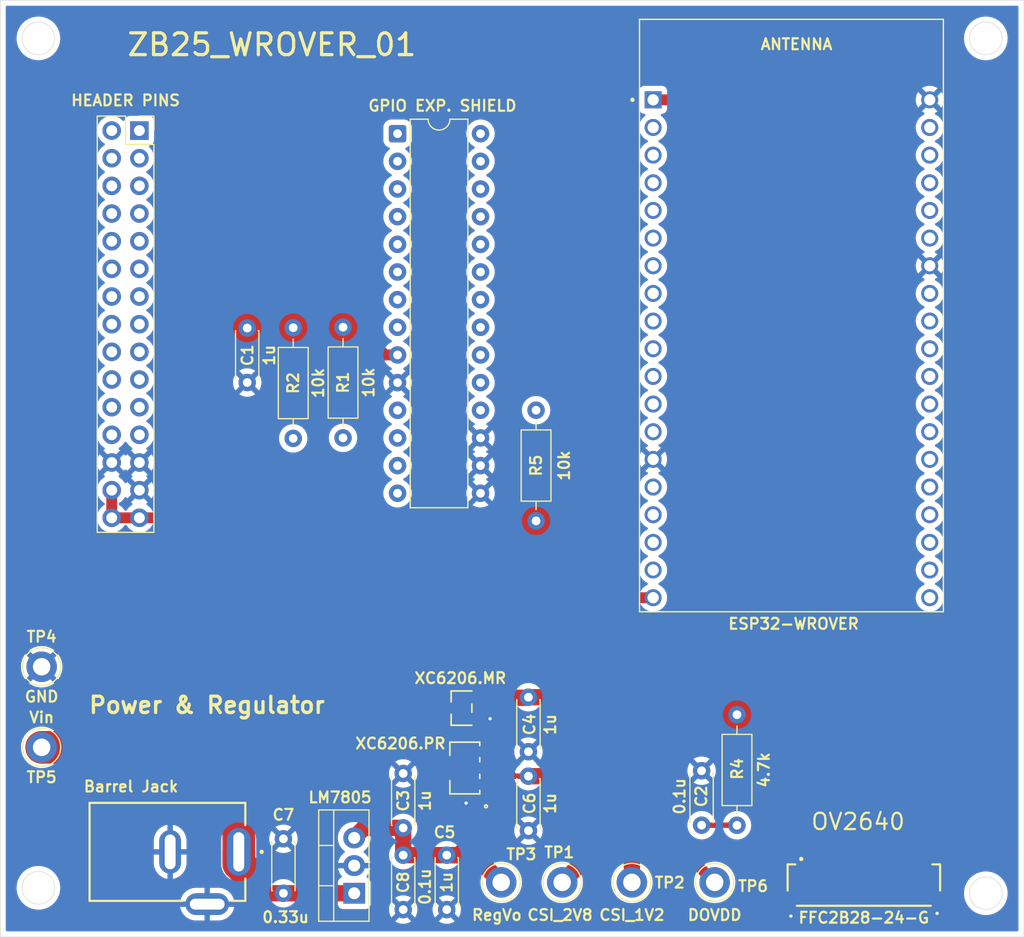
<source format=kicad_pcb>
(kicad_pcb (version 20241229) (generator "pcbnew") (generator_version "9.0")
  (layers (0 "F.Cu" signal) (2 "B.Cu" signal) (13 "F.Paste" user) (15 "B.Paste" user) (5 "F.SilkS" user "F.Silkscreen") (7 "B.SilkS" user "B.Silkscreen") (1 "F.Mask" user) (3 "B.Mask" user) (25 "Edge.Cuts" user))
  (net 0 "")
  (net 1 "GND")
  (net 2 "+5V")
  (net 3 "/RESETB")
  (net 4 "CSI_1V2")
  (net 5 "CSI_2V8")
  (net 6 "Net-(U5-VI)")
  (net 7 "/DATA3")
  (net 8 "/DATA9")
  (net 9 "/VSYNC")
  (net 10 "/DATA0")
  (net 11 "/SIOD")
  (net 12 "/DATA2")
  (net 13 "/PCLK")
  (net 14 "/DATA1")
  (net 15 "/DATA6")
  (net 16 "/XCLK1")
  (net 17 "/DATA5")
  (net 18 "/HREF")
  (net 19 "/DATA8")
  (net 20 "/DATA7")
  (net 21 "/SIOC")
  (net 22 "/DATA4")
  (net 23 "/DT")
  (net 24 "/SCK")
  (net 25 "/TRIG")
  (net 26 "/ECHO")
  (net 27 "/GPIO33")
  (net 28 "/GPA2")
  (net 29 "/GPB6")
  (net 30 "/GPA5")
  (net 31 "/GPIO0")
  (net 32 "/GPIO13")
  (net 33 "/GPA7")
  (net 34 "/GPA1")
  (net 35 "/RX")
  (net 36 "/GPB4")
  (net 37 "/TX")
  (net 38 "/EN")
  (net 39 "/GPA3")
  (net 40 "/GPIO32")
  (net 41 "/GPA4")
  (net 42 "/GPB5")
  (net 43 "/GPA6")
  (net 44 "/GPIO_SCK")
  (net 45 "/GPIO_SDA")
  (net 46 "Net-(U2-~{RESET})")
  (net 47 "/MCP_INTB")
  (net 48 "/MCP_INTA")
  (net 49 "+3V3")
  (net 52 "/IR")
  (net 53 "/GPA0")
  (footprint "Capacitor_THT:C_Disc_D4.3mm_W1.9mm_P5.00mm" (layer "F.Cu") (at 141.5 126.25 -90)
    (property "Reference" "C6" (at 2.5 -0.1 90) (layer "F.SilkS") (effects (font (thickness 0.2) (bold yes))))
    (property "Value" "1u" (at 2.5 -2 90) (layer "F.SilkS") (effects (font (thickness 0.2) (bold yes))))
    (fp_line (start 4.77 1.07) (end 0.23 1.07) (stroke (width 0.12)) (layer "F.SilkS"))
    (fp_line (start 4.77 1.014) (end 4.77 1.07) (stroke (width 0.12)) (layer "F.SilkS"))
    (fp_line (start 0.23 -1.014) (end 0.23 -1.07) (stroke (width 0.12)) (layer "F.SilkS"))
    (fp_line (start 0.23 -1.07) (end 4.77 -1.07) (stroke (width 0.12)) (layer "F.SilkS"))
    (pad "1" thru_hole circle (at 0 0 270) (size 1.6 1.6) (drill 0.8) (layers "*.Cu" "*.Mask") (net 5 "CSI_2V8"))
    (pad "2" thru_hole circle (at 5 0 270) (size 1.6 1.6) (drill 0.8) (layers "*.Cu" "*.Mask") (net 1 "GND"))
  )
  (footprint "TestPoint:TestPoint_Keystone_5005-5009_Compact" (layer "F.Cu") (at 158.6 136)
    (property "Reference" "TP6" (at 3.525 0.35 0) (layer "F.SilkS") (effects (font (thickness 0.2) (bold yes))))
    (property "Value" "DOVDD" (at 0 3 0) (layer "F.SilkS") (effects (font (thickness 0.2) (bold yes))))
    (fp_circle (center 0 0) (end 1.75 0) (stroke (width 0.12)) (fill no) (layer "F.SilkS"))
    (pad "1" thru_hole circle (at 0 0) (size 2.8 2.8) (drill 1.6) (layers "*.Cu" "*.Mask") (net 49 "+3V3"))
  )
  (footprint "ESP32-DEVKITC-32D:MODULE_ESP32-DEVKITC-32D" (layer "F.Cu") (at 165.65 83.9)
    (property "Reference" "ESP32-WROVER" (at 0.2 28.36 0) (layer "F.SilkS") (effects (font (thickness 0.2) (bold yes))))
    (property "Value" "ESP32-DEVKITC-32D")
    (fp_line (start -13.95 -27.15) (end 13.95 -27.15) (stroke (width 0.127)) (layer "F.SilkS"))
    (fp_line (start -13.95 27.25) (end -13.95 -27.15) (stroke (width 0.127)) (layer "F.SilkS"))
    (fp_line (start 13.95 -27.15) (end 13.95 27.25) (stroke (width 0.127)) (layer "F.SilkS"))
    (fp_line (start 13.95 27.25) (end -13.95 27.25) (stroke (width 0.127)) (layer "F.SilkS"))
    (fp_circle (center -14.6 -19.76) (end -14.5 -19.76) (stroke (width 0.2)) (fill no) (layer "F.SilkS"))
    (pad "J2-1" thru_hole rect (at -12.7 -19.76) (size 1.56 1.56) (drill 1.04) (layers "*.Cu" "*.Mask") (net 49 "+3V3"))
    (pad "J2-2" thru_hole circle (at -12.7 -17.22) (size 1.56 1.56) (drill 1.04) (layers "*.Cu" "*.Mask") (net 38 "/EN"))
    (pad "J2-3" thru_hole circle (at -12.7 -14.68) (size 1.56 1.56) (drill 1.04) (layers "*.Cu" "*.Mask") (net 22 "/DATA4"))
    (pad "J2-4" thru_hole circle (at -12.7 -12.14) (size 1.56 1.56) (drill 1.04) (layers "*.Cu" "*.Mask") (net 17 "/DATA5"))
    (pad "J2-5" thru_hole circle (at -12.7 -9.6) (size 1.56 1.56) (drill 1.04) (layers "*.Cu" "*.Mask") (net 15 "/DATA6"))
    (pad "J2-6" thru_hole circle (at -12.7 -7.06) (size 1.56 1.56) (drill 1.04) (layers "*.Cu" "*.Mask") (net 20 "/DATA7"))
    (pad "J2-7" thru_hole circle (at -12.7 -4.52) (size 1.56 1.56) (drill 1.04) (layers "*.Cu" "*.Mask") (net 40 "/GPIO32"))
    (pad "J2-8" thru_hole circle (at -12.7 -1.98) (size 1.56 1.56) (drill 1.04) (layers "*.Cu" "*.Mask") (net 27 "/GPIO33"))
    (pad "J2-9" thru_hole circle (at -12.7 0.56) (size 1.56 1.56) (drill 1.04) (layers "*.Cu" "*.Mask") (net 9 "/VSYNC"))
    (pad "J2-10" thru_hole circle (at -12.7 3.1) (size 1.56 1.56) (drill 1.04) (layers "*.Cu" "*.Mask") (net 11 "/SIOD"))
    (pad "J2-11" thru_hole circle (at -12.7 5.64) (size 1.56 1.56) (drill 1.04) (layers "*.Cu" "*.Mask") (net 21 "/SIOC"))
    (pad "J2-12" thru_hole circle (at -12.7 8.18) (size 1.56 1.56) (drill 1.04) (layers "*.Cu" "*.Mask") (net 47 "/MCP_INTB"))
    (pad "J2-13" thru_hole circle (at -12.7 10.72) (size 1.56 1.56) (drill 1.04) (layers "*.Cu" "*.Mask") (net 48 "/MCP_INTA"))
    (pad "J2-14" thru_hole circle (at -12.7 13.26) (size 1.56 1.56) (drill 1.04) (layers "*.Cu" "*.Mask") (net 1 "GND"))
    (pad "J2-15" thru_hole circle (at -12.7 15.8) (size 1.56 1.56) (drill 1.04) (layers "*.Cu" "*.Mask") (net 32 "/GPIO13"))
    (pad "J2-16" thru_hole circle (at -12.7 18.34) (size 1.56 1.56) (drill 1.04) (layers "*.Cu" "*.Mask"))
    (pad "J2-17" thru_hole circle (at -12.7 20.88) (size 1.56 1.56) (drill 1.04) (layers "*.Cu" "*.Mask"))
    (pad "J2-18" thru_hole circle (at -12.7 23.42) (size 1.56 1.56) (drill 1.04) (layers "*.Cu" "*.Mask"))
    (pad "J2-19" thru_hole circle (at -12.7 25.96) (size 1.56 1.56) (drill 1.04) (layers "*.Cu" "*.Mask") (net 2 "+5V"))
    (pad "J3-1" thru_hole circle (at 12.7 -19.76) (size 1.56 1.56) (drill 1.04) (layers "*.Cu" "*.Mask") (net 1 "GND"))
    (pad "J3-2" thru_hole circle (at 12.7 -17.22) (size 1.56 1.56) (drill 1.04) (layers "*.Cu" "*.Mask") (net 18 "/HREF"))
    (pad "J3-3" thru_hole circle (at 12.7 -14.68) (size 1.56 1.56) (drill 1.04) (layers "*.Cu" "*.Mask") (net 13 "/PCLK"))
    (pad "J3-4" thru_hole circle (at 12.7 -12.14) (size 1.56 1.56) (drill 1.04) (layers "*.Cu" "*.Mask") (net 37 "/TX"))
    (pad "J3-5" thru_hole circle (at 12.7 -9.6) (size 1.56 1.56) (drill 1.04) (layers "*.Cu" "*.Mask") (net 35 "/RX"))
    (pad "J3-6" thru_hole circle (at 12.7 -7.06) (size 1.56 1.56) (drill 1.04) (layers "*.Cu" "*.Mask") (net 16 "/XCLK1"))
    (pad "J3-7" thru_hole circle (at 12.7 -4.52) (size 1.56 1.56) (drill 1.04) (layers "*.Cu" "*.Mask") (net 1 "GND"))
    (pad "J3-8" thru_hole circle (at 12.7 -1.98) (size 1.56 1.56) (drill 1.04) (layers "*.Cu" "*.Mask") (net 7 "/DATA3"))
    (pad "J3-9" thru_hole circle (at 12.7 0.56) (size 1.56 1.56) (drill 1.04) (layers "*.Cu" "*.Mask") (net 12 "/DATA2"))
    (pad "J3-10" thru_hole circle (at 12.7 3.1) (size 1.56 1.56) (drill 1.04) (layers "*.Cu" "*.Mask") (net 14 "/DATA1"))
    (pad "J3-11" thru_hole circle (at 12.7 5.64) (size 1.56 1.56) (drill 1.04) (layers "*.Cu" "*.Mask"))
    (pad "J3-12" thru_hole circle (at 12.7 8.18) (size 1.56 1.56) (drill 1.04) (layers "*.Cu" "*.Mask"))
    (pad "J3-13" thru_hole circle (at 12.7 10.72) (size 1.56 1.56) (drill 1.04) (layers "*.Cu" "*.Mask") (net 10 "/DATA0"))
    (pad "J3-14" thru_hole circle (at 12.7 13.26) (size 1.56 1.56) (drill 1.04) (layers "*.Cu" "*.Mask") (net 31 "/GPIO0"))
    (pad "J3-15" thru_hole circle (at 12.7 15.8) (size 1.56 1.56) (drill 1.04) (layers "*.Cu" "*.Mask") (net 45 "/GPIO_SDA"))
    (pad "J3-16" thru_hole circle (at 12.7 18.34) (size 1.56 1.56) (drill 1.04) (layers "*.Cu" "*.Mask") (net 44 "/GPIO_SCK"))
    (pad "J3-17" thru_hole circle (at 12.7 20.88) (size 1.56 1.56) (drill 1.04) (layers "*.Cu" "*.Mask"))
    (pad "J3-18" thru_hole circle (at 12.7 23.42) (size 1.56 1.56) (drill 1.04) (layers "*.Cu" "*.Mask"))
    (pad "J3-19" thru_hole circle (at 12.7 25.96) (size 1.56 1.56) (drill 1.04) (layers "*.Cu" "*.Mask"))
  )
  (footprint "Capacitor_THT:C_Disc_D4.3mm_W1.9mm_P5.00mm" (layer "F.Cu") (at 115.675 85.1 -90)
    (property "Reference" "C1" (at 2.5 -0.025 90) (layer "F.SilkS") (effects (font (thickness 0.2) (bold yes))))
    (property "Value" "1u" (at 2.5 -2.025 90) (layer "F.SilkS") (effects (font (thickness 0.2) (bold yes))))
    (fp_line (start 4.77 1.07) (end 0.23 1.07) (stroke (width 0.12)) (layer "F.SilkS"))
    (fp_line (start 4.77 1.014) (end 4.77 1.07) (stroke (width 0.12)) (layer "F.SilkS"))
    (fp_line (start 0.23 -1.014) (end 0.23 -1.07) (stroke (width 0.12)) (layer "F.SilkS"))
    (fp_line (start 0.23 -1.07) (end 4.77 -1.07) (stroke (width 0.12)) (layer "F.SilkS"))
    (pad "1" thru_hole circle (at 0 0 270) (size 1.6 1.6) (drill 0.8) (layers "*.Cu" "*.Mask") (net 2 "+5V"))
    (pad "2" thru_hole circle (at 5 0 270) (size 1.6 1.6) (drill 0.8) (layers "*.Cu" "*.Mask") (net 1 "GND"))
  )
  (footprint "Resistor_THT:R_Axial_DIN0207_L6.3mm_D2.5mm_P10.16mm_Horizontal" (layer "F.Cu") (at 124.475 85.025 -90)
    (property "Reference" "R1" (at 5.08 0 90) (layer "F.SilkS") (effects (font (thickness 0.2) (bold yes))))
    (property "Value" "10k" (at 5.08 -2.35 90) (layer "F.SilkS") (effects (font (thickness 0.2) (bold yes))))
    (fp_line (start 1.04 0) (end 1.81 0) (stroke (width 0.12)) (layer "F.SilkS"))
    (fp_line (start 9.12 0) (end 8.35 0) (stroke (width 0.12)) (layer "F.SilkS"))
    (fp_rect (start 1.81 -1.37) (end 8.35 1.37) (stroke (width 0.12)) (fill no) (layer "F.SilkS"))
    (pad "1" thru_hole circle (at 0 0 270) (size 1.6 1.6) (drill 0.8) (layers "*.Cu" "*.Mask") (net 2 "+5V"))
    (pad "2" thru_hole circle (at 10.16 0 270) (size 1.6 1.6) (drill 0.8) (layers "*.Cu" "*.Mask") (net 45 "/GPIO_SDA"))
  )
  (footprint "Capacitor_THT:C_Disc_D4.3mm_W1.9mm_P5.00mm" (layer "F.Cu") (at 157.4 130.75 90)
    (property "Reference" "C2" (at 2.65 -0.025 90) (layer "F.SilkS") (effects (font (thickness 0.2) (bold yes))))
    (property "Value" "0.1u" (at 2.65 -2.025 90) (layer "F.SilkS") (effects (font (thickness 0.2) (bold yes))))
    (fp_line (start 0.23 -1.07) (end 4.77 -1.07) (stroke (width 0.12)) (layer "F.SilkS"))
    (fp_line (start 0.23 -1.014) (end 0.23 -1.07) (stroke (width 0.12)) (layer "F.SilkS"))
    (fp_line (start 4.77 1.014) (end 4.77 1.07) (stroke (width 0.12)) (layer "F.SilkS"))
    (fp_line (start 4.77 1.07) (end 0.23 1.07) (stroke (width 0.12)) (layer "F.SilkS"))
    (pad "1" thru_hole circle (at 0 0 90) (size 1.6 1.6) (drill 0.8) (layers "*.Cu" "*.Mask") (net 3 "/RESETB"))
    (pad "2" thru_hole circle (at 5 0 90) (size 1.6 1.6) (drill 0.8) (layers "*.Cu" "*.Mask") (net 1 "GND"))
  )
  (footprint "Library:GCT_DCJ200-10-A-XX-K_REVA" (layer "F.Cu") (at 108.35 133.2 -90)
    (property "Reference" "Barrel Jack" (at -6 3.35 180) (layer "F.SilkS") (effects (font (thickness 0.2) (bold yes))))
    (property "Value" "J2")
    (fp_line (start -4.5 7.15) (end 4.5 7.15) (stroke (width 0.2)) (layer "F.SilkS"))
    (fp_line (start -4.5 7.15) (end -4.5 -7.15) (stroke (width 0.2)) (layer "F.SilkS"))
    (fp_line (start 4.5 7.15) (end 4.5 -1.4) (stroke (width 0.2)) (layer "F.SilkS"))
    (fp_line (start -2.45 -7.15) (end -4.5 -7.15) (stroke (width 0.2)) (layer "F.SilkS"))
    (fp_line (start 2.45 -7.15) (end 4.5 -7.15) (stroke (width 0.2)) (layer "F.SilkS"))
    (fp_line (start 4.5 -7.15) (end 4.5 -5.9) (stroke (width 0.2)) (layer "F.SilkS"))
    (fp_circle (center 0 -8.65) (end 0.1 -8.65) (stroke (width 0.2)) (fill no) (layer "F.SilkS"))
    (pad "1" thru_hole oval (at 0 -6.55 270) (size 4.4 2.2) (drill oval 3.6 1) (layers "*.Cu" "*.Mask") (net 6 "Net-(U5-VI)"))
    (pad "2" thru_hole oval (at 0 -0.25 270) (size 4 2) (drill oval 3.2 1) (layers "*.Cu" "*.Mask") (net 1 "GND"))
    (pad "3" thru_hole oval (at 4.8 -3.65 270) (size 2 4) (drill oval 1 3.2) (layers "*.Cu" "*.Mask") (net 1 "GND"))
  )
  (footprint "Capacitor_THT:C_Disc_D4.3mm_W1.9mm_P5.00mm" (layer "F.Cu") (at 119 137 90)
    (property "Reference" "C7" (at 7.2 0 0) (layer "F.SilkS") (effects (font (thickness 0.2) (bold yes))))
    (property "Value" "0.33u" (at -2.2 0.2 180) (layer "F.SilkS") (effects (font (thickness 0.2) (bold yes))))
    (fp_line (start 0.23 -1.07) (end 4.77 -1.07) (stroke (width 0.12)) (layer "F.SilkS"))
    (fp_line (start 0.23 -1.014) (end 0.23 -1.07) (stroke (width 0.12)) (layer "F.SilkS"))
    (fp_line (start 4.77 1.014) (end 4.77 1.07) (stroke (width 0.12)) (layer "F.SilkS"))
    (fp_line (start 4.77 1.07) (end 0.23 1.07) (stroke (width 0.12)) (layer "F.SilkS"))
    (pad "1" thru_hole circle (at 0 0 90) (size 1.6 1.6) (drill 0.8) (layers "*.Cu" "*.Mask") (net 6 "Net-(U5-VI)"))
    (pad "2" thru_hole circle (at 5 0 90) (size 1.6 1.6) (drill 0.8) (layers "*.Cu" "*.Mask") (net 1 "GND"))
  )
  (footprint "Library:GCT_FFC2B28-24-G" (layer "F.Cu") (at 172.3 136.25)
    (property "Reference" "FFC2B28-24-G" (at 0 3 0) (layer "F.SilkS") (effects (font (thickness 0.2) (bold yes))))
    (property "Value" "FFC2B28-24-G")
    (fp_line (start -7 -1.9) (end -6.3 -1.9) (stroke (width 0.2)) (layer "F.SilkS"))
    (fp_line (start -7 0.5) (end -7 -1.9) (stroke (width 0.2)) (layer "F.SilkS"))
    (fp_line (start -6.15 1.9) (end 6.15 1.9) (stroke (width 0.2)) (layer "F.SilkS"))
    (fp_line (start 6.3 -1.9) (end 7 -1.9) (stroke (width 0.2)) (layer "F.SilkS"))
    (fp_line (start 7 -1.9) (end 7 0.5) (stroke (width 0.2)) (layer "F.SilkS"))
    (fp_circle (center -5.75 -2.4) (end -5.65 -2.4) (stroke (width 0.2)) (fill no) (layer "F.SilkS"))
    (pad "1" smd rect (at -5.75 -1.25) (size 0.3 0.8) (layers "F.Cu" "F.Mask" "F.Paste") (net 1 "GND"))
    (pad "2" smd rect (at -5.25 -1.25) (size 0.3 0.8) (layers "F.Cu" "F.Mask" "F.Paste") (net 1 "GND"))
    (pad "3" smd rect (at -4.75 -1.25) (size 0.3 0.8) (layers "F.Cu" "F.Mask" "F.Paste") (net 11 "/SIOD"))
    (pad "4" smd rect (at -4.25 -1.25) (size 0.3 0.8) (layers "F.Cu" "F.Mask" "F.Paste") (net 5 "CSI_2V8"))
    (pad "5" smd rect (at -3.75 -1.25) (size 0.3 0.8) (layers "F.Cu" "F.Mask" "F.Paste") (net 21 "/SIOC"))
    (pad "6" smd rect (at -3.25 -1.25) (size 0.3 0.8) (layers "F.Cu" "F.Mask" "F.Paste") (net 3 "/RESETB"))
    (pad "7" smd rect (at -2.75 -1.25) (size 0.3 0.8) (layers "F.Cu" "F.Mask" "F.Paste") (net 9 "/VSYNC"))
    (pad "8" smd rect (at -2.25 -1.25) (size 0.3 0.8) (layers "F.Cu" "F.Mask" "F.Paste") (net 1 "GND"))
    (pad "9" smd rect (at -1.75 -1.25) (size 0.3 0.8) (layers "F.Cu" "F.Mask" "F.Paste") (net 18 "/HREF"))
    (pad "10" smd rect (at -1.25 -1.25) (size 0.3 0.8) (layers "F.Cu" "F.Mask" "F.Paste") (net 4 "CSI_1V2"))
    (pad "11" smd rect (at -0.75 -1.25) (size 0.3 0.8) (layers "F.Cu" "F.Mask" "F.Paste") (net 49 "+3V3"))
    (pad "12" smd rect (at -0.25 -1.25) (size 0.3 0.8) (layers "F.Cu" "F.Mask" "F.Paste") (net 8 "/DATA9"))
    (pad "13" smd rect (at 0.25 -1.25) (size 0.3 0.8) (layers "F.Cu" "F.Mask" "F.Paste") (net 16 "/XCLK1"))
    (pad "14" smd rect (at 0.75 -1.25) (size 0.3 0.8) (layers "F.Cu" "F.Mask" "F.Paste") (net 19 "/DATA8"))
    (pad "15" smd rect (at 1.25 -1.25) (size 0.3 0.8) (layers "F.Cu" "F.Mask" "F.Paste") (net 1 "GND"))
    (pad "16" smd rect (at 1.75 -1.25) (size 0.3 0.8) (layers "F.Cu" "F.Mask" "F.Paste") (net 20 "/DATA7"))
    (pad "17" smd rect (at 2.25 -1.25) (size 0.3 0.8) (layers "F.Cu" "F.Mask" "F.Paste") (net 13 "/PCLK"))
    (pad "18" smd rect (at 2.75 -1.25) (size 0.3 0.8) (layers "F.Cu" "F.Mask" "F.Paste") (net 15 "/DATA6"))
    (pad "19" smd rect (at 3.25 -1.25) (size 0.3 0.8) (layers "F.Cu" "F.Mask" "F.Paste") (net 12 "/DATA2"))
    (pad "20" smd rect (at 3.75 -1.25) (size 0.3 0.8) (layers "F.Cu" "F.Mask" "F.Paste") (net 17 "/DATA5"))
    (pad "21" smd rect (at 4.25 -1.25) (size 0.3 0.8) (layers "F.Cu" "F.Mask" "F.Paste") (net 7 "/DATA3"))
    (pad "22" smd rect (at 4.75 -1.25) (size 0.3 0.8) (layers "F.Cu" "F.Mask" "F.Paste") (net 22 "/DATA4"))
    (pad "23" smd rect (at 5.25 -1.25) (size 0.3 0.8) (layers "F.Cu" "F.Mask" "F.Paste") (net 14 "/DATA1"))
    (pad "24" smd rect (at 5.75 -1.25) (size 0.3 0.8) (layers "F.Cu" "F.Mask" "F.Paste") (net 10 "/DATA0"))
    (pad "S1" smd rect (at -6.7 1.25) (size 0.4 0.8) (layers "F.Cu" "F.Mask" "F.Paste") (net 1 "GND"))
    (pad "S2" smd rect (at 6.7 1.25) (size 0.4 0.8) (layers "F.Cu" "F.Mask" "F.Paste") (net 1 "GND"))
  )
  (footprint "TestPoint:TestPoint_Keystone_5005-5009_Compact" (layer "F.Cu") (at 144.6 136)
    (property "Reference" "TP1" (at -0.275 -2.75 0) (layer "F.SilkS") (effects (font (thickness 0.2) (bold yes))))
    (property "Value" "CSI_2V8" (at -0.2 3 0) (layer "F.SilkS") (effects (font (thickness 0.2) (bold yes))))
    (fp_circle (center 0 0) (end 1.75 0) (stroke (width 0.12)) (fill no) (layer "F.SilkS"))
    (pad "1" thru_hole circle (at 0 0) (size 2.8 2.8) (drill 1.6) (layers "*.Cu" "*.Mask") (net 5 "CSI_2V8"))
  )
  (footprint "Package_DIP:DIP-28_W7.62mm" (layer "F.Cu") (at 129.48 67.25)
    (property "Reference" "GPIO EXP. SHIELD" (at 4.12 -2.56 0) (layer "F.SilkS") (effects (font (thickness 0.2) (bold yes))))
    (property "Value" "MCP23017_SP")
    (fp_line (start 1.16 -1.33) (end 1.16 34.35) (stroke (width 0.12)) (layer "F.SilkS"))
    (fp_line (start 1.16 34.35) (end 6.46 34.35) (stroke (width 0.12)) (layer "F.SilkS"))
    (fp_line (start 2.81 -1.33) (end 1.16 -1.33) (stroke (width 0.12)) (layer "F.SilkS"))
    (fp_line (start 6.46 -1.33) (end 4.81 -1.33) (stroke (width 0.12)) (layer "F.SilkS"))
    (fp_line (start 6.46 34.35) (end 6.46 -1.33) (stroke (width 0.12)) (layer "F.SilkS"))
    (fp_arc (start 4.81 -1.33) (mid 3.81 -0.33) (end 2.81 -1.33) (stroke (width 0.12)) (layer "F.SilkS"))
    (pad "1" thru_hole roundrect (at 0 0) (size 1.6 1.6) (drill 0.8) (layers "*.Cu" "*.Mask") (roundrect_rratio 0.15625) (net 25 "/TRIG"))
    (pad "2" thru_hole circle (at 0 2.54) (size 1.6 1.6) (drill 0.8) (layers "*.Cu" "*.Mask") (net 26 "/ECHO"))
    (pad "3" thru_hole circle (at 0 5.08) (size 1.6 1.6) (drill 0.8) (layers "*.Cu" "*.Mask") (net 24 "/SCK"))
    (pad "4" thru_hole circle (at 0 7.62) (size 1.6 1.6) (drill 0.8) (layers "*.Cu" "*.Mask") (net 23 "/DT"))
    (pad "5" thru_hole circle (at 0 10.16) (size 1.6 1.6) (drill 0.8) (layers "*.Cu" "*.Mask") (net 36 "/GPB4"))
    (pad "6" thru_hole circle (at 0 12.7) (size 1.6 1.6) (drill 0.8) (layers "*.Cu" "*.Mask") (net 42 "/GPB5"))
    (pad "7" thru_hole circle (at 0 15.24) (size 1.6 1.6) (drill 0.8) (layers "*.Cu" "*.Mask") (net 29 "/GPB6"))
    (pad "8" thru_hole circle (at 0 17.78) (size 1.6 1.6) (drill 0.8) (layers "*.Cu" "*.Mask") (net 52 "/IR"))
    (pad "9" thru_hole circle (at 0 20.32) (size 1.6 1.6) (drill 0.8) (layers "*.Cu" "*.Mask") (net 2 "+5V"))
    (pad "10" thru_hole circle (at 0 22.86) (size 1.6 1.6) (drill 0.8) (layers "*.Cu" "*.Mask") (net 1 "GND"))
    (pad "11" thru_hole circle (at 0 25.4) (size 1.6 1.6) (drill 0.8) (layers "*.Cu" "*.Mask"))
    (pad "12" thru_hole circle (at 0 27.94) (size 1.6 1.6) (drill 0.8) (layers "*.Cu" "*.Mask") (net 45 "/GPIO_SDA"))
    (pad "13" thru_hole circle (at 0 30.48) (size 1.6 1.6) (drill 0.8) (layers "*.Cu" "*.Mask") (net 44 "/GPIO_SCK"))
    (pad "14" thru_hole circle (at 0 33.02) (size 1.6 1.6) (drill 0.8) (layers "*.Cu" "*.Mask"))
    (pad "15" thru_hole circle (at 7.62 33.02) (size 1.6 1.6) (drill 0.8) (layers "*.Cu" "*.Mask") (net 1 "GND"))
    (pad "16" thru_hole circle (at 7.62 30.48) (size 1.6 1.6) (drill 0.8) (layers "*.Cu" "*.Mask") (net 1 "GND"))
    (pad "17" thru_hole circle (at 7.62 27.94) (size 1.6 1.6) (drill 0.8) (layers "*.Cu" "*.Mask") (net 1 "GND"))
    (pad "18" thru_hole circle (at 7.62 25.4) (size 1.6 1.6) (drill 0.8) (layers "*.Cu" "*.Mask") (net 46 "Net-(U2-~{RESET})"))
    (pad "19" thru_hole circle (at 7.62 22.86) (size 1.6 1.6) (drill 0.8) (layers "*.Cu" "*.Mask") (net 47 "/MCP_INTB"))
    (pad "20" thru_hole circle (at 7.62 20.32) (size 1.6 1.6) (drill 0.8) (layers "*.Cu" "*.Mask") (net 48 "/MCP_INTA"))
    (pad "21" thru_hole circle (at 7.62 17.78) (size 1.6 1.6) (drill 0.8) (layers "*.Cu" "*.Mask") (net 53 "/GPA0"))
    (pad "22" thru_hole circle (at 7.62 15.24) (size 1.6 1.6) (drill 0.8) (layers "*.Cu" "*.Mask") (net 34 "/GPA1"))
    (pad "23" thru_hole circle (at 7.62 12.7) (size 1.6 1.6) (drill 0.8) (layers "*.Cu" "*.Mask") (net 28 "/GPA2"))
    (pad "24" thru_hole circle (at 7.62 10.16) (size 1.6 1.6) (drill 0.8) (layers "*.Cu" "*.Mask") (net 39 "/GPA3"))
    (pad "25" thru_hole circle (at 7.62 7.62) (size 1.6 1.6) (drill 0.8) (layers "*.Cu" "*.Mask") (net 41 "/GPA4"))
    (pad "26" thru_hole circle (at 7.62 5.08) (size 1.6 1.6) (drill 0.8) (layers "*.Cu" "*.Mask") (net 30 "/GPA5"))
    (pad "27" thru_hole circle (at 7.62 2.54) (size 1.6 1.6) (drill 0.8) (layers "*.Cu" "*.Mask") (net 43 "/GPA6"))
    (pad "28" thru_hole circle (at 7.62 0) (size 1.6 1.6) (drill 0.8) (layers "*.Cu" "*.Mask") (net 33 "/GPA7"))
  )
  (footprint "Connector_PinSocket_2.54mm:PinSocket_2x15_P2.54mm_Vertical" (layer "F.Cu") (at 105.775 66.965)
    (property "Reference" "HEADER PINS" (at -1.27 -2.77 0) (layer "F.SilkS") (effects (font (thickness 0.2) (bold yes))))
    (property "Value" "Conn_01x30_Pin")
    (fp_line (start -3.87 -1.33) (end -3.87 36.89) (stroke (width 0.12)) (layer "F.SilkS"))
    (fp_line (start -3.87 -1.33) (end -1.27 -1.33) (stroke (width 0.12)) (layer "F.SilkS"))
    (fp_line (start -3.87 36.89) (end 1.33 36.89) (stroke (width 0.12)) (layer "F.SilkS"))
    (fp_line (start -1.27 -1.33) (end -1.27 1.27) (stroke (width 0.12)) (layer "F.SilkS"))
    (fp_line (start -1.27 1.27) (end 1.33 1.27) (stroke (width 0.12)) (layer "F.SilkS"))
    (fp_line (start 0 -1.33) (end 1.33 -1.33) (stroke (width 0.12)) (layer "F.SilkS"))
    (fp_line (start 1.33 -1.33) (end 1.33 0) (stroke (width 0.12)) (layer "F.SilkS"))
    (fp_line (start 1.33 1.27) (end 1.33 36.89) (stroke (width 0.12)) (layer "F.SilkS"))
    (pad "1" thru_hole rect (at 0 0) (size 1.7 1.7) (drill 1) (layers "*.Cu" "*.Mask") (net 33 "/GPA7"))
    (pad "2" thru_hole circle (at -2.54 0) (size 1.7 1.7) (drill 1) (layers "*.Cu" "*.Mask") (net 37 "/TX"))
    (pad "3" thru_hole circle (at 0 2.54) (size 1.7 1.7) (drill 1) (layers "*.Cu" "*.Mask") (net 43 "/GPA6"))
    (pad "4" thru_hole circle (at -2.54 2.54) (size 1.7 1.7) (drill 1) (layers "*.Cu" "*.Mask") (net 35 "/RX"))
    (pad "5" thru_hole circle (at 0 5.08) (size 1.7 1.7) (drill 1) (layers "*.Cu" "*.Mask") (net 30 "/GPA5"))
    (pad "6" thru_hole circle (at -2.54 5.08) (size 1.7 1.7) (drill 1) (layers "*.Cu" "*.Mask") (net 38 "/EN"))
    (pad "7" thru_hole circle (at 0 7.62) (size 1.7 1.7) (drill 1) (layers "*.Cu" "*.Mask") (net 41 "/GPA4"))
    (pad "8" thru_hole circle (at -2.54 7.62) (size 1.7 1.7) (drill 1) (layers "*.Cu" "*.Mask") (net 40 "/GPIO32"))
    (pad "9" thru_hole circle (at 0 10.16) (size 1.7 1.7) (drill 1) (layers "*.Cu" "*.Mask") (net 39 "/GPA3"))
    (pad "10" thru_hole circle (at -2.54 10.16) (size 1.7 1.7) (drill 1) (layers "*.Cu" "*.Mask") (net 27 "/GPIO33"))
    (pad "11" thru_hole circle (at 0 12.7) (size 1.7 1.7) (drill 1) (layers "*.Cu" "*.Mask") (net 28 "/GPA2"))
    (pad "12" thru_hole circle (at -2.54 12.7) (size 1.7 1.7) (drill 1) (layers "*.Cu" "*.Mask") (net 31 "/GPIO0"))
    (pad "13" thru_hole circle (at 0 15.24) (size 1.7 1.7) (drill 1) (layers "*.Cu" "*.Mask") (net 34 "/GPA1"))
    (pad "14" thru_hole circle (at -2.54 15.24) (size 1.7 1.7) (drill 1) (layers "*.Cu" "*.Mask") (net 32 "/GPIO13"))
    (pad "15" thru_hole circle (at 0 17.78) (size 1.7 1.7) (drill 1) (layers "*.Cu" "*.Mask") (net 53 "/GPA0"))
    (pad "16" thru_hole circle (at -2.54 17.78) (size 1.7 1.7) (drill 1) (layers "*.Cu" "*.Mask") (net 52 "/IR"))
    (pad "17" thru_hole circle (at 0 20.32) (size 1.7 1.7) (drill 1) (layers "*.Cu" "*.Mask") (net 36 "/GPB4"))
    (pad "18" thru_hole circle (at -2.54 20.32) (size 1.7 1.7) (drill 1) (layers "*.Cu" "*.Mask"))
    (pad "19" thru_hole circle (at 0 22.86) (size 1.7 1.7) (drill 1) (layers "*.Cu" "*.Mask") (net 42 "/GPB5"))
    (pad "20" thru_hole circle (at -2.54 22.86) (size 1.7 1.7) (drill 1) (layers "*.Cu" "*.Mask") (net 29 "/GPB6"))
    (pad "21" thru_hole circle (at 0 25.4) (size 1.7 1.7) (drill 1) (layers "*.Cu" "*.Mask") (net 23 "/DT"))
    (pad "22" thru_hole circle (at -2.54 25.4) (size 1.7 1.7) (drill 1) (layers "*.Cu" "*.Mask") (net 24 "/SCK"))
    (pad "23" thru_hole circle (at 0 27.94) (size 1.7 1.7) (drill 1) (layers "*.Cu" "*.Mask") (net 26 "/ECHO"))
    (pad "24" thru_hole circle (at -2.54 27.94) (size 1.7 1.7) (drill 1) (layers "*.Cu" "*.Mask") (net 25 "/TRIG"))
    (pad "25" thru_hole circle (at 0 30.48) (size 1.7 1.7) (drill 1) (layers "*.Cu" "*.Mask") (net 1 "GND"))
    (pad "26" thru_hole circle (at -2.54 30.48) (size 1.7 1.7) (drill 1) (layers "*.Cu" "*.Mask") (net 1 "GND"))
    (pad "27" thru_hole circle (at 0 33.02) (size 1.7 1.7) (drill 1) (layers "*.Cu" "*.Mask") (net 1 "GND"))
    (pad "28" thru_hole circle (at -2.54 33.02) (size 1.7 1.7) (drill 1) (layers "*.Cu" "*.Mask") (net 2 "+5V"))
    (pad "29" thru_hole circle (at 0 35.56) (size 1.7 1.7) (drill 1) (layers "*.Cu" "*.Mask") (net 2 "+5V"))
    (pad "30" thru_hole circle (at -2.54 35.56) (size 1.7 1.7) (drill 1) (layers "*.Cu" "*.Mask") (net 2 "+5V"))
  )
  (footprint "Package_TO_SOT_THT:TO-220-3_Vertical" (layer "F.Cu") (at 125.5 137 90)
    (property "Reference" "LM7805" (at 8.8 -1.3 180) (layer "F.SilkS") (effects (font (thickness 0.2) (bold yes))))
    (property "Value" "LM7805_TO220")
    (fp_line (start 7.65 -3.26) (end 7.65 1.36) (stroke (width 0.12)) (layer "F.SilkS"))
    (fp_line (start 4.39 -3.26) (end 4.39 -1.88) (stroke (width 0.12)) (layer "F.SilkS"))
    (fp_line (start 0.69 -3.26) (end 0.69 -1.88) (stroke (width 0.12)) (layer "F.SilkS"))
    (fp_line (start -2.57 -3.26) (end 7.65 -3.26) (stroke (width 0.12)) (layer "F.SilkS"))
    (fp_line (start -2.57 -1.88) (end 7.65 -1.88) (stroke (width 0.12)) (layer "F.SilkS"))
    (fp_line (start 7.65 1.36) (end -2.57 1.36) (stroke (width 0.12)) (layer "F.SilkS"))
    (fp_line (start -2.57 1.36) (end -2.57 -3.26) (stroke (width 0.12)) (layer "F.SilkS"))
    (pad "1" thru_hole rect (at 0 0 90) (size 1.905 2) (drill 1.1) (layers "*.Cu" "*.Mask") (net 6 "Net-(U5-VI)"))
    (pad "2" thru_hole oval (at 2.54 0 90) (size 1.905 2) (drill 1.1) (layers "*.Cu" "*.Mask") (net 1 "GND"))
    (pad "3" thru_hole oval (at 5.08 0 90) (size 1.905 2) (drill 1.1) (layers "*.Cu" "*.Mask") (net 2 "+5V"))
  )
  (footprint "Capacitor_THT:C_Disc_D4.3mm_W1.9mm_P5.00mm" (layer "F.Cu") (at 134 133.5 -90)
    (property "Reference" "C5" (at -2.1 0.2 0) (layer "F.SilkS") (effects (font (thickness 0.2) (bold yes))))
    (property "Value" "1u" (at 2.5 0 90) (layer "F.SilkS") (effects (font (thickness 0.2) (bold yes))))
    (fp_line (start 4.77 1.07) (end 0.23 1.07) (stroke (width 0.12)) (layer "F.SilkS"))
    (fp_line (start 4.77 1.014) (end 4.77 1.07) (stroke (width 0.12)) (layer "F.SilkS"))
    (fp_line (start 0.23 -1.014) (end 0.23 -1.07) (stroke (width 0.12)) (layer "F.SilkS"))
    (fp_line (start 0.23 -1.07) (end 4.77 -1.07) (stroke (width 0.12)) (layer "F.SilkS"))
    (pad "1" thru_hole circle (at 0 0 270) (size 1.6 1.6) (drill 0.8) (layers "*.Cu" "*.Mask") (net 2 "+5V"))
    (pad "2" thru_hole circle (at 5 0 270) (size 1.6 1.6) (drill 0.8) (layers "*.Cu" "*.Mask") (net 1 "GND"))
  )
  (footprint "Capacitor_THT:C_Disc_D4.3mm_W1.9mm_P5.00mm" (layer "F.Cu") (at 130 131 90)
    (property "Reference" "C3" (at 2.5 0 90) (layer "F.SilkS") (effects (font (thickness 0.2) (bold yes))))
    (property "Value" "1u" (at 2.5 2 90) (layer "F.SilkS") (effects (font (thickness 0.2) (bold yes))))
    (fp_line (start 0.23 -1.07) (end 4.77 -1.07) (stroke (width 0.12)) (layer "F.SilkS"))
    (fp_line (start 0.23 -1.014) (end 0.23 -1.07) (stroke (width 0.12)) (layer "F.SilkS"))
    (fp_line (start 4.77 1.014) (end 4.77 1.07) (stroke (width 0.12)) (layer "F.SilkS"))
    (fp_line (start 4.77 1.07) (end 0.23 1.07) (stroke (width 0.12)) (layer "F.SilkS"))
    (pad "1" thru_hole circle (at 0 0 90) (size 1.6 1.6) (drill 0.8) (layers "*.Cu" "*.Mask") (net 2 "+5V"))
    (pad "2" thru_hole circle (at 5 0 90) (size 1.6 1.6) (drill 0.8) (layers "*.Cu" "*.Mask") (net 1 "GND"))
  )
  (footprint "TestPoint:TestPoint_Keystone_5005-5009_Compact" (layer "F.Cu") (at 96.8 123.6 180)
    (property "Reference" "TP5" (at 0 -2.75 0) (layer "F.SilkS") (effects (font (thickness 0.2) (bold yes))))
    (property "Value" "Vin" (at 0 2.75 0) (layer "F.SilkS") (effects (font (thickness 0.2) (bold yes))))
    (fp_circle (center 0 0) (end 1.75 0) (stroke (width 0.12)) (fill no) (layer "F.SilkS"))
    (pad "1" thru_hole circle (at 0 0 180) (size 2.8 2.8) (drill 1.6) (layers "*.Cu" "*.Mask") (net 6 "Net-(U5-VI)"))
  )
  (footprint "Resistor_THT:R_Axial_DIN0207_L6.3mm_D2.5mm_P10.16mm_Horizontal" (layer "F.Cu") (at 160.65 120.6 -90)
    (property "Reference" "R4" (at 4.98 -0.025 90) (layer "F.SilkS") (effects (font (thickness 0.2) (bold yes))))
    (property "Value" "4.7k" (at 5.08 -2.475 90) (layer "F.SilkS") (effects (font (thickness 0.2) (bold yes))))
    (fp_line (start 1.04 0) (end 1.81 0) (stroke (width 0.12)) (layer "F.SilkS"))
    (fp_line (start 9.12 0) (end 8.35 0) (stroke (width 0.12)) (layer "F.SilkS"))
    (fp_rect (start 1.81 -1.37) (end 8.35 1.37) (stroke (width 0.12)) (fill no) (layer "F.SilkS"))
    (pad "1" thru_hole circle (at 0 0 270) (size 1.6 1.6) (drill 0.8) (layers "*.Cu" "*.Mask") (net 49 "+3V3"))
    (pad "2" thru_hole circle (at 10.16 0 270) (size 1.6 1.6) (drill 0.8) (layers "*.Cu" "*.Mask") (net 3 "/RESETB"))
  )
  (footprint "XC6206P302MR_G:SOT-23_TOR" (layer "F.Cu") (at 135.3523 120 90)
    (property "Reference" "XC6206.MR" (at 2.75 -0.1023 0) (layer "F.SilkS") (effects (font (thickness 0.2) (bold yes))))
    (property "Value" "XC6206P302MR-G")
    (fp_line (start 1.5748 -0.9525) (end 0.57404 -0.9525) (stroke (width 0.1524)) (layer "F.SilkS"))
    (fp_line (start -0.57404 -0.9525) (end -1.5748 -0.9525) (stroke (width 0.1524)) (layer "F.SilkS"))
    (fp_line (start -1.5748 -0.9525) (end -1.5748 0.9525) (stroke (width 0.1524)) (layer "F.SilkS"))
    (fp_line (start 1.5748 0.9525) (end 1.5748 -0.9525) (stroke (width 0.1524)) (layer "F.SilkS"))
    (fp_line (start -0.375961 0.9525) (end 0.375961 0.9525) (stroke (width 0.1524)) (layer "F.SilkS"))
    (pad "1" smd rect (at -0.950001 1.1938 90) (size 0.4826 1.1176) (layers "F.Cu" "F.Mask" "F.Paste") (net 1 "GND"))
    (pad "2" smd rect (at 0.950001 1.1938 90) (size 0.4826 1.1176) (layers "F.Cu" "F.Mask" "F.Paste") (net 4 "CSI_1V2"))
    (pad "3" smd rect (at 0 -1.1938 90) (size 0.4826 1.1176) (layers "F.Cu" "F.Mask" "F.Paste") (net 2 "+5V"))
  )
  (footprint "Resistor_THT:R_Axial_DIN0207_L6.3mm_D2.5mm_P10.16mm_Horizontal" (layer "F.Cu") (at 142.2 92.645 -90)
    (property "Reference" "R5" (at 5.08 0 90) (layer "F.SilkS") (effects (font (thickness 0.2) (bold yes))))
    (property "Value" "10k" (at 5.085 -2.575 90) (layer "F.SilkS") (effects (font (thickness 0.2) (bold yes))))
    (fp_line (start 1.04 0) (end 1.81 0) (stroke (width 0.12)) (layer "F.SilkS"))
    (fp_line (start 9.12 0) (end 8.35 0) (stroke (width 0.12)) (layer "F.SilkS"))
    (fp_rect (start 1.81 -1.37) (end 8.35 1.37) (stroke (width 0.12)) (fill no) (layer "F.SilkS"))
    (pad "1" thru_hole circle (at 0 0 270) (size 1.6 1.6) (drill 0.8) (layers "*.Cu" "*.Mask") (net 46 "Net-(U2-~{RESET})"))
    (pad "2" thru_hole circle (at 10.16 0 270) (size 1.6 1.6) (drill 0.8) (layers "*.Cu" "*.Mask") (net 2 "+5V"))
  )
  (footprint "XC6206P282PR_G:SOT-89_TOR" (layer "F.Cu") (at 135.6585 125.5 90)
    (property "Reference" "XC6206.PR" (at 2.25 -5.9085 0) (layer "F.SilkS") (effects (font (thickness 0.2) (bold yes))))
    (property "Value" "XC6206P282PR-G")
    (fp_poly (pts (xy -0.2413 1.2446) (xy -0.2413 0.9906) (xy -0.8255 0.4572) (xy -0.8255 -2.0066) (xy 0.8255 -2.0066) (xy 0.8255 0.4572) (xy 0.2413 1.016) (xy 0.2413 1.2446)) (fill yes) (layer "F.Cu"))
    (fp_line (start 2.3749 -1.3716) (end 1.15824 -1.3716) (stroke (width 0.1524)) (layer "F.SilkS"))
    (fp_line (start -1.15824 -1.3716) (end -2.3749 -1.3716) (stroke (width 0.1524)) (layer "F.SilkS"))
    (fp_line (start -2.3749 -1.3716) (end -2.3749 1.3716) (stroke (width 0.1524)) (layer "F.SilkS"))
    (fp_line (start 2.3749 1.3716) (end 2.3749 -1.3716) (stroke (width 0.1524)) (layer "F.SilkS"))
    (fp_line (start 2.04864 1.3716) (end 2.3749 1.3716) (stroke (width 0.1524)) (layer "F.SilkS"))
    (fp_line (start 0.57404 1.3716) (end 0.95136 1.3716) (stroke (width 0.1524)) (layer "F.SilkS"))
    (fp_line (start -0.95136 1.3716) (end -0.57404 1.3716) (stroke (width 0.1524)) (layer "F.SilkS"))
    (fp_line (start -2.3749 1.3716) (end -2.04864 1.3716) (stroke (width 0.1524)) (layer "F.SilkS"))
    (fp_circle (center -3.5179 1.9431) (end -3.3909 1.9431) (stroke (width 0.1524)) (fill no) (layer "F.SilkS"))
    (pad "1" smd rect (at -1.5 1.8415 90) (size 0.4318 1.1938) (layers "F.Cu" "F.Mask" "F.Paste") (net 1 "GND"))
    (pad "2" smd rect (at 0 1.8415 90) (size 0.4826 1.1938) (layers "F.Cu" "F.Mask" "F.Paste") (net 2 "+5V"))
    (pad "3" smd rect (at 1.5 1.8415 90) (size 0.4318 1.1938) (layers "F.Cu" "F.Mask" "F.Paste") (net 5 "CSI_2V8"))
  )
  (footprint "Resistor_THT:R_Axial_DIN0207_L6.3mm_D2.5mm_P10.16mm_Horizontal" (layer "F.Cu") (at 119.9 85.07 -90)
    (property "Reference" "R2" (at 5.08 0 90) (layer "F.SilkS") (effects (font (thickness 0.2) (bold yes))))
    (property "Value" "10k" (at 5.08 -2.3 90) (layer "F.SilkS") (effects (font (thickness 0.2) (bold yes))))
    (fp_line (start 1.04 0) (end 1.81 0) (stroke (width 0.12)) (layer "F.SilkS"))
    (fp_line (start 9.12 0) (end 8.35 0) (stroke (width 0.12)) (layer "F.SilkS"))
    (fp_rect (start 1.81 -1.37) (end 8.35 1.37) (stroke (width 0.12)) (fill no) (layer "F.SilkS"))
    (pad "1" thru_hole circle (at 0 0 270) (size 1.6 1.6) (drill 0.8) (layers "*.Cu" "*.Mask") (net 2 "+5V"))
    (pad "2" thru_hole circle (at 10.16 0 270) (size 1.6 1.6) (drill 0.8) (layers "*.Cu" "*.Mask") (net 44 "/GPIO_SCK"))
  )
  (footprint "Capacitor_THT:C_Disc_D4.3mm_W1.9mm_P5.00mm" (layer "F.Cu") (at 130 133.5 -90)
    (property "Reference" "C8" (at 2.5 0 90) (layer "F.SilkS") (effects (font (thickness 0.2) (bold yes))))
    (property "Value" "0.1u" (at 2.9 -2 90) (layer "F.SilkS") (effects (font (thickness 0.2) (bold yes))))
    (fp_line (start 4.77 1.07) (end 0.23 1.07) (stroke (width 0.12)) (layer "F.SilkS"))
    (fp_line (start 4.77 1.014) (end 4.77 1.07) (stroke (width 0.12)) (layer "F.SilkS"))
    (fp_line (start 0.23 -1.014) (end 0.23 -1.07) (stroke (width 0.12)) (layer "F.SilkS"))
    (fp_line (start 0.23 -1.07) (end 4.77 -1.07) (stroke (width 0.12)) (layer "F.SilkS"))
    (pad "1" thru_hole circle (at 0 0 270) (size 1.6 1.6) (drill 0.8) (layers "*.Cu" "*.Mask") (net 2 "+5V"))
    (pad "2" thru_hole circle (at 5 0 270) (size 1.6 1.6) (drill 0.8) (layers "*.Cu" "*.Mask") (net 1 "GND"))
  )
  (footprint "TestPoint:TestPoint_Keystone_5005-5009_Compact" (layer "F.Cu") (at 96.8 116.2)
    (property "Reference" "TP4" (at 0 -2.75 0) (layer "F.SilkS") (effects (font (thickness 0.2) (bold yes))))
    (property "Value" "GND" (at 0 2.75 0) (layer "F.SilkS") (effects (font (thickness 0.2) (bold yes))))
    (fp_circle (center 0 0) (end 1.75 0) (stroke (width 0.12)) (fill no) (layer "F.SilkS"))
    (pad "1" thru_hole circle (at 0 0) (size 2.8 2.8) (drill 1.6) (layers "*.Cu" "*.Mask") (net 1 "GND"))
  )
  (footprint "TestPoint:TestPoint_Keystone_5005-5009_Compact" (layer "F.Cu") (at 139 136)
    (property "Reference" "TP3" (at 1.85 -2.575 0) (layer "F.SilkS") (effects (font (thickness 0.2) (bold yes))))
    (property "Value" "RegVo" (at -0.4 3 0) (layer "F.SilkS") (effects (font (thickness 0.2) (bold yes))))
    (fp_circle (center 0 0) (end 1.75 0) (stroke (width 0.12)) (fill no) (layer "F.SilkS"))
    (pad "1" thru_hole circle (at 0 0) (size 2.8 2.8) (drill 1.6) (layers "*.Cu" "*.Mask") (net 2 "+5V"))
  )
  (footprint "Capacitor_THT:C_Disc_D4.3mm_W1.9mm_P5.00mm" (layer "F.Cu") (at 141.5 119 -90)
    (property "Reference" "C4" (at 2.5 -0.1 90) (layer "F.SilkS") (effects (font (thickness 0.2) (bold yes))))
    (property "Value" "1u" (at 2.5 -2 90) (layer "F.SilkS") (effects (font (thickness 0.2) (bold yes))))
    (fp_line (start 4.77 1.07) (end 0.23 1.07) (stroke (width 0.12)) (layer "F.SilkS"))
    (fp_line (start 4.77 1.014) (end 4.77 1.07) (stroke (width 0.12)) (layer "F.SilkS"))
    (fp_line (start 0.23 -1.014) (end 0.23 -1.07) (stroke (width 0.12)) (layer "F.SilkS"))
    (fp_line (start 0.23 -1.07) (end 4.77 -1.07) (stroke (width 0.12)) (layer "F.SilkS"))
    (pad "1" thru_hole circle (at 0 0 270) (size 1.6 1.6) (drill 0.8) (layers "*.Cu" "*.Mask") (net 4 "CSI_1V2"))
    (pad "2" thru_hole circle (at 5 0 270) (size 1.6 1.6) (drill 0.8) (layers "*.Cu" "*.Mask") (net 1 "GND"))
  )
  (footprint "TestPoint:TestPoint_Keystone_5005-5009_Compact" (layer "F.Cu") (at 151 136)
    (property "Reference" "TP2" (at 3.475 0.025 0) (layer "F.SilkS") (effects (font (thickness 0.2) (bold yes))))
    (property "Value" "CSI_1V2" (at 0 3 0) (layer "F.SilkS") (effects (font (thickness 0.2) (bold yes))))
    (fp_circle (center 0 0) (end 1.75 0) (stroke (width 0.12)) (fill no) (layer "F.SilkS"))
    (pad "1" thru_hole circle (at 0 0) (size 2.8 2.8) (drill 1.6) (layers "*.Cu" "*.Mask") (net 4 "CSI_1V2"))
  )
  (gr_line (start 187 62) (end 187 55) (stroke (width 0.05)) (layer "Edge.Cuts"))
  (gr_line (start 93 55) (end 93 62) (stroke (width 0.05)) (layer "Edge.Cuts"))
  (gr_line (start 187 55) (end 93 55) (stroke (width 0.05)) (layer "Edge.Cuts"))
  (gr_line (start 93 141) (end 187 141) (stroke (width 0.05)) (layer "Edge.Cuts"))
  (gr_line (start 93 141) (end 93 140) (stroke (width 0.05)) (layer "Edge.Cuts"))
  (gr_line (start 187 141) (end 187 140) (stroke (width 0.05)) (layer "Edge.Cuts"))
  (gr_circle (center 183.5 137) (end 183.5 138.5) (stroke (width 0.05)) (fill no) (layer "Edge.Cuts"))
  (gr_circle (center 183.5 58.5) (end 183.5 57) (stroke (width 0.05)) (fill no) (layer "Edge.Cuts"))
  (gr_line (start 187 140) (end 187 133) (stroke (width 0.05)) (layer "Edge.Cuts"))
  (gr_circle (center 96.5 136.5) (end 96.5 138) (stroke (width 0.05)) (fill no) (layer "Edge.Cuts"))
  (gr_line (start 93 62) (end 93 133) (stroke (width 0.05)) (layer "Edge.Cuts"))
  (gr_circle (center 96.5 58.5) (end 96.5 57) (stroke (width 0.05)) (fill no) (layer "Edge.Cuts"))
  (gr_line (start 187 133) (end 187 62) (stroke (width 0.05)) (layer "Edge.Cuts"))
  (gr_line (start 93 133) (end 93 140) (stroke (width 0.05)) (layer "Edge.Cuts"))
  (gr_text "ANTENNA" (at 162.725 59.625 0) (layer "F.SilkS") (effects (font (size 1 1) (thickness 0.2) (bold yes)) (justify left bottom)))
  (gr_text "Power & Regulator" (at 101 120.6 0) (layer "F.SilkS") (effects (font (size 1.5 1.5) (thickness 0.3) (bold yes)) (justify left bottom)))
  (gr_text "OV2640" (at 167.35 131.3 0) (layer "F.SilkS") (effects (font (size 1.5 1.5) (thickness 0.2)) (justify left bottom)))
  (gr_text "ZB25_WROVER_01\n" (at 104.5 60.25 0) (layer "F.SilkS") (effects (font (size 2 2) (thickness 0.3)) (justify left bottom)))
  (segment (start 179 137.5) (end 179 138.825) (width 0.3) (layer "F.Cu") (net 1))
  (segment (start 165.6 137.5) (end 165.6 139.1) (width 0.3) (layer "F.Cu") (net 1))
  (segment (start 165.6 135.95) (end 165.6 137.5) (width 0.3) (layer "F.Cu") (net 1))
  (segment (start 166.55 135) (end 165.6 135.95) (width 0.3) (layer "F.Cu") (net 1))
  (segment (start 136.5461 120.950001) (end 137.950001 120.950001) (width 0.5) (layer "F.Cu") (net 1))
  (segment (start 137.950001 120.950001) (end 137.975 120.975) (width 0.5) (layer "F.Cu") (net 1))
  (segment (start 137.5 127) (end 135.775 128.725) (width 0.5) (layer "F.Cu") (net 1))
  (segment (start 179 138.825) (end 179.025 138.85) (width 0.3) (layer "F.Cu") (net 1))
  (segment (start 166.55 135) (end 166.949 135) (width 0.3) (layer "F.Cu") (net 1))
  (segment (start 165.6 137.5) (end 179 137.5) (width 0.3) (layer "F.Cu") (net 1))
  (via (at 135.775 128.725) (size 1) (drill 0.3) (layers "F.Cu" "B.Cu") (net 1))
  (via (at 165.6 139.1) (size 1) (drill 0.3) (layers "F.Cu" "B.Cu") (net 1))
  (via (at 179.025 138.85) (size 1) (drill 0.3) (layers "F.Cu" "B.Cu") (net 1))
  (via (at 137.975 120.975) (size 1) (drill 0.3) (layers "F.Cu" "B.Cu") (net 1))
  (segment (start 134 133.5) (end 135.1 133.5) (width 1.5) (layer "F.Cu") (net 2))
  (segment (start 115.675 85.1) (end 113.275 85.1) (width 3) (layer "F.Cu") (net 2))
  (segment (start 152.95 109.86) (end 146.86 109.86) (width 1) (layer "F.Cu") (net 2))
  (segment (start 144.6 109.3) (end 145.15 109.85) (width 3) (layer "F.Cu") (net 2))
  (segment (start 124.43 85.07) (end 124.475 85.025) (width 3) (layer "F.Cu") (net 2))
  (segment (start 115.675 85.1) (end 119.87 85.1) (width 3) (layer "F.Cu") (net 2))
  (segment (start 129.48 87.57) (end 128.345 87.57) (width 1) (layer "F.Cu") (net 2))
  (segment (start 139.8 109.3) (end 127.825 109.3) (width 3) (layer "F.Cu") (net 2))
  (segment (start 146.86 109.86) (end 146.85 109.85) (width 1) (layer "F.Cu") (net 2))
  (segment (start 138.7 125.5) (end 139 125.8) (width 0.5) (layer "F.Cu") (net 2))
  (segment (start 127.825 109.3) (end 125.6 111.525) (width 3) (layer "F.Cu") (net 2))
  (segment (start 135.1 133.5) (end 139 129.6) (width 1.5) (layer "F.Cu") (net 2))
  (segment (start 129.675 120) (end 127.975 118.3) (width 1) (layer "F.Cu") (net 2))
  (segment (start 126.4 131) (end 130 131) (width 1.5) (layer "F.Cu") (net 2))
  (segment (start 137.5 125.5) (end 138.7 125.5) (width 0.5) (layer "F.Cu") (net 2))
  (segment (start 144.25 108.95) (end 145.15 109.85) (width 3) (layer "F.Cu") (net 2))
  (segment (start 145.15 109.85) (end 146.85 109.85) (width 3) (layer "F.Cu") (net 2))
  (segment (start 119.9 85.07) (end 124.43 85.07) (width 3) (layer "F.Cu") (net 2))
  (segment (start 134.1585 120) (end 129.675 120) (width 1) (layer "F.Cu") (net 2))
  (segment (start 142.2 106.9) (end 139.8 109.3) (width 3) (layer "F.Cu") (net 2))
  (segment (start 125.6 115.925) (end 127.975 118.3) (width 3) (layer "F.Cu") (net 2))
  (segment (start 139.8 109.3) (end 144.6 109.3) (width 3) (layer "F.Cu") (net 2))
  (segment (start 125.8 85.025) (end 124.475 85.025) (width 1) (layer "F.Cu") (net 2))
  (segment (start 123.65 115.925) (end 125.6 115.925) (width 3) (layer "F.Cu") (net 2))
  (segment (start 113.275 85.1) (end 111.125 87.25) (width 3) (layer "F.Cu") (net 2))
  (segment (start 130 133.5) (end 130 131) (width 1.5) (layer "F.Cu") (net 2))
  (segment (start 139 129.6) (end 139 128.8) (width 1.5) (layer "F.Cu") (net 2))
  (segment (start 105.775 102.525) (end 110.25 102.525) (width 1) (layer "F.Cu") (net 2))
  (segment (start 110.25 102.525) (end 111.125 103.4) (width 1) (layer "F.Cu") (net 2))
  (segment (start 103.235 99.985) (end 103.235 102.525) (width 1) (layer "F.Cu") (net 2))
  (segment (start 142.2 102.805) (end 142.2 106.9) (width 3) (layer "F.Cu") (net 2))
  (segment (start 111.125 87.25) (end 111.125 103.4) (width 3) (layer "F.Cu") (net 2))
  (segment (start 130 133.5) (end 134 133.5) (width 1.5) (layer "F.Cu") (net 2))
  (segment (start 125.5 131.9) (end 126.4 131) (width 1.5) (layer "F.Cu") (net 2))
  (segment (start 125.6 111.525) (end 125.6 115.925) (width 3) (layer "F.Cu") (net 2))
  (segment (start 128.345 87.57) (end 125.8 85.025) (width 1) (layer "F.Cu") (net 2))
  (segment (start 134 133.5) (end 136.5 133.5) (width 1.5) (layer "F.Cu") (net 2))
  (segment (start 119.87 85.1) (end 119.9 85.07) (width 3) (layer "F.Cu") (net 2))
  (segment (start 142.2 106.9) (end 144.25 108.95) (width 3) (layer "F.Cu") (net 2))
  (segment (start 125.5 131.92) (end 125.5 131.9) (width 1.5) (layer "F.Cu") (net 2))
  (segment (start 103.235 102.525) (end 105.775 102.525) (width 1) (layer "F.Cu") (net 2))
  (segment (start 139 125.8) (end 139 128.8) (width 0.5) (layer "F.Cu") (net 2))
  (segment (start 111.125 103.4) (end 123.65 115.925) (width 3) (layer "F.Cu") (net 2))
  (segment (start 136.5 133.5) (end 139 136) (width 1.5) (layer "F.Cu") (net 2))
  (segment (start 157.4 130.75) (end 160.64 130.75) (width 0.5) (layer "F.Cu") (net 3))
  (segment (start 160.64 130.75) (end 160.65 130.76) (width 0.5) (layer "F.Cu") (net 3))
  (segment (start 141.450001 119.049999) (end 141.5 119) (width 1.5) (layer "F.Cu") (net 4))
  (segment (start 141.5 119) (end 145.925 119) (width 1.5) (layer "F.Cu") (net 4))
  (segment (start 151 124.075) (end 151 136) (width 1.5) (layer "F.Cu") (net 4))
  (segment (start 145.925 119) (end 151 124.075) (width 1.5) (layer "F.Cu") (net 4))
  (segment (start 136.5461 119.049999) (end 141.450001 119.049999) (width 1.5) (layer "F.Cu") (net 4))
  (segment (start 141.5 126.25) (end 144.65 126.25) (width 1.5) (layer "F.Cu") (net 5))
  (segment (start 140.25 126.25) (end 140 126) (width 0.5) (layer "F.Cu") (net 5))
  (segment (start 140 124.4) (end 139.6 124) (width 0.5) (layer "F.Cu") (net 5))
  (segment (start 144.65 126.25) (end 146.6 128.2) (width 1.5) (layer "F.Cu") (net 5))
  (segment (start 141.5 126.25) (end 140.25 126.25) (width 0.5) (layer "F.Cu") (net 5))
  (segment (start 139.6 124) (end 137.5 124) (width 0.5) (layer "F.Cu") (net 5))
  (segment (start 146.6 128.2) (end 146.6 134) (width 1.5) (layer "F.Cu") (net 5))
  (segment (start 146.6 134) (end 144.6 136) (width 1.5) (layer "F.Cu") (net 5))
  (segment (start 140 126) (end 140 124.4) (width 0.5) (layer "F.Cu") (net 5))
  (segment (start 117.6 137) (end 116.2 135.6) (width 1.5) (layer "F.Cu") (net 6))
  (segment (start 114.9 133.2) (end 114.9 128.7) (width 3) (layer "F.Cu") (net 6))
  (segment (start 119 137) (end 125.5 137) (width 1.5) (layer "F.Cu") (net 6))
  (segment (start 114.9 133.2) (end 114.9 134.3) (width 3) (layer "F.Cu") (net 6))
  (segment (start 109.8 123.6) (end 96.8 123.6) (width 3) (layer "F.Cu") (net 6))
  (segment (start 114.9 128.7) (end 109.8 123.6) (width 3) (layer "F.Cu") (net 6))
  (segment (start 114.9 133.2) (end 114.9 134.1) (width 3) (layer "F.Cu") (net 6))
  (segment (start 114.9 134.3) (end 116.2 135.6) (width 3) (layer "F.Cu") (net 6))
  (segment (start 119 137) (end 117.6 137) (width 1.5) (layer "F.Cu") (net 6))
  (segment (start 160.65 120.6) (end 180.15 120.6) (width 3) (layer "F.Cu") (net 49))
  (segment (start 155.7 120.6) (end 160.65 120.6) (width 1) (layer "F.Cu") (net 49))
  (segment (start 153.725 131.125) (end 153.725 122.575) (width 1) (layer "F.Cu") (net 49))
  (segment (start 180.15 120.6) (end 183.675 117.075) (width 3) (layer "F.Cu") (net 49))
  (segment (start 158.6 136) (end 153.725 131.125) (width 1) (layer "F.Cu") (net 49))
  (segment (start 174.31 64.14) (end 177.1 61.35) (width 1) (layer "F.Cu") (net 49))
  (segment (start 183.675 117.075) (end 183.675 63.775) (width 3) (layer "F.Cu") (net 49))
  (segment (start 153.725 122.575) (end 155.7 120.6) (width 1) (layer "F.Cu") (net 49))
  (segment (start 177.1 61.35) (end 181.25 61.35) (width 1) (layer "F.Cu") (net 49))
  (segment (start 181.25 61.35) (end 183.675 63.775) (width 1) (layer "F.Cu") (net 49))
  (segment (start 152.95 64.14) (end 174.31 64.14) (width 1) (layer "F.Cu") (net 49))
  (zone (net 1) (net_name "GND") (layer "B.Cu") (connect_pads (clearance 0.5)) (min_thickness 0.25) (fill yes (thermal_gap 0.5) (thermal_bridge_width 0.5))
    (polygon (pts (xy 187 141) (xy 187 55) (xy 93 55) (xy 93 141)))
  )
)
</source>
